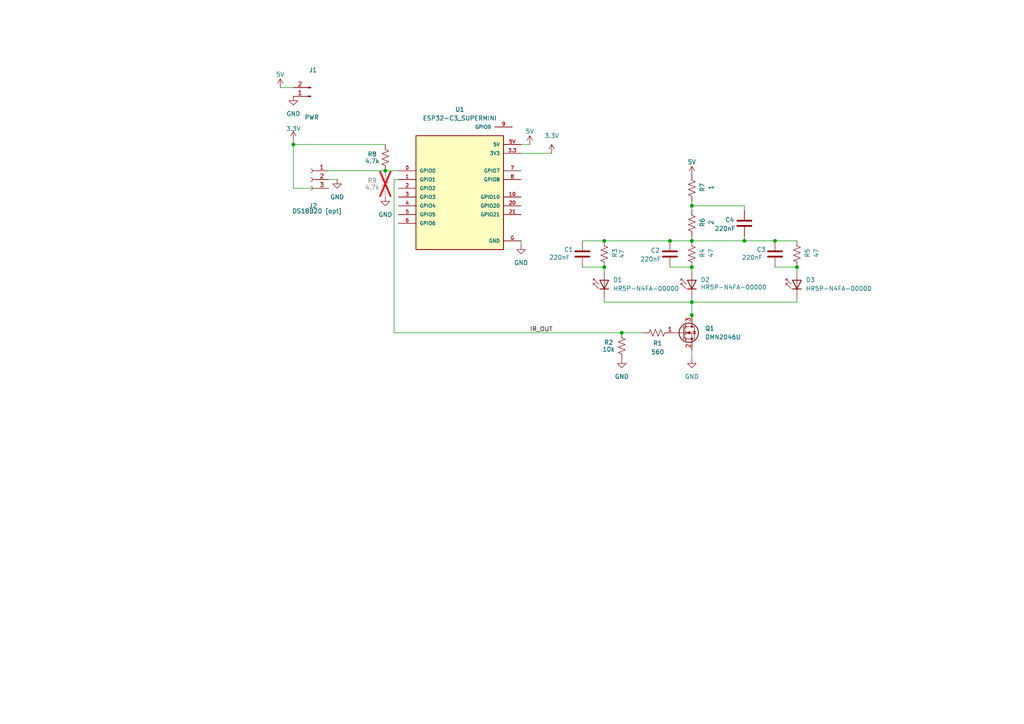
<source format=kicad_sch>
(kicad_sch (version 20231120) (generator "eeschema") (generator_version "8.0")
  (paper "A4")
  (lib_symbols
    (symbol "Connector:Conn_01x02_Pin" (pin_names (offset 1.016) hide)
      (property "Reference" "J" (at 0 2.54 0))
      (property "Value" "Conn_01x02_Pin" (at 0 -5.08 0))
      (symbol "Conn_01x02_Pin_1_1"
        (polyline (pts (xy 1.27 -2.54) (xy 0.8636 -2.54)) (stroke (width 0.1524)))
        (polyline (pts (xy 1.27 0) (xy 0.8636 0)) (stroke (width 0.1524)))
        (rectangle (start 0.8636 -2.413) (end 0 -2.667) (stroke (width 0.1524)) (fill (type outline)))
        (rectangle (start 0.8636 0.127) (end 0 -0.127) (stroke (width 0.1524)) (fill (type outline)))
        (pin passive line (at 5.08 0 180) (length 3.81) (name "Pin_1") (number "1"))
        (pin passive line (at 5.08 -2.54 180) (length 3.81) (name "Pin_2") (number "2"))
      )
    )
    (symbol "Connector:Conn_01x03_Socket" (pin_names (offset 1.016) hide)
      (property "Reference" "J" (at 0 5.08 0))
      (property "Value" "Conn_01x03_Socket" (at 0 -5.08 0))
      (symbol "Conn_01x03_Socket_1_1"
        (arc (start 0 -2.032) (mid -0.5058 -2.54) (end 0 -3.048) (stroke (width 0.1524)))
        (polyline (pts (xy -1.27 -2.54) (xy -0.508 -2.54)) (stroke (width 0.1524)))
        (polyline (pts (xy -1.27 0) (xy -0.508 0)) (stroke (width 0.1524)))
        (polyline (pts (xy -1.27 2.54) (xy -0.508 2.54)) (stroke (width 0.1524)))
        (arc (start 0 0.508) (mid -0.5058 0) (end 0 -0.508) (stroke (width 0.1524)))
        (arc (start 0 3.048) (mid -0.5058 2.54) (end 0 2.032) (stroke (width 0.1524)))
        (pin passive line (at -5.08 2.54 0) (length 3.81) (name "Pin_1") (number "1"))
        (pin passive line (at -5.08 0 0) (length 3.81) (name "Pin_2") (number "2"))
        (pin passive line (at -5.08 -2.54 0) (length 3.81) (name "Pin_3") (number "3"))
      )
    )
    (symbol "Device:C" (pin_numbers hide) (pin_names (offset 0.254))
      (property "Reference" "C" (at 0.635 2.54 0))
      (property "Value" "C" (at 0.635 -2.54 0))
      (symbol "C_0_1"
        (polyline (pts (xy -2.032 -0.762) (xy 2.032 -0.762)) (stroke (width 0.508)))
        (polyline (pts (xy -2.032 0.762) (xy 2.032 0.762)) (stroke (width 0.508)))
      )
      (symbol "C_1_1"
        (pin passive line (at 0 3.81 270) (length 2.794) (name "~") (number "1"))
        (pin passive line (at 0 -3.81 90) (length 2.794) (name "~") (number "2"))
      )
    )
    (symbol "Device:R_US" (pin_numbers hide) (pin_names (offset 0))
      (property "Reference" "R" (at 2.54 0 90))
      (property "Value" "R_US" (at -2.54 0 90))
      (symbol "R_US_0_1"
        (polyline (pts (xy 0 -2.286) (xy 0 -2.54)))
        (polyline (pts (xy 0 2.286) (xy 0 2.54)))
        (polyline (pts (xy 0 -0.762) (xy 1.016 -1.143) (xy 0 -1.524) (xy -1.016 -1.905) (xy 0 -2.286)))
        (polyline (pts (xy 0 0.762) (xy 1.016 0.381) (xy 0 0) (xy -1.016 -0.381) (xy 0 -0.762)))
        (polyline (pts (xy 0 2.286) (xy 1.016 1.905) (xy 0 1.524) (xy -1.016 1.143) (xy 0 0.762)))
      )
      (symbol "R_US_1_1"
        (pin passive line (at 0 3.81 270) (length 1.27) (name "~") (number "1"))
        (pin passive line (at 0 -3.81 90) (length 1.27) (name "~") (number "2"))
      )
    )
    (symbol "LED:IR204A" (pin_numbers hide) (pin_names (offset 1.016) hide)
      (property "Reference" "D" (at 0.508 1.778 0))
      (property "Value" "IR204A" (at -1.016 -2.794 0))
      (symbol "IR204A_0_1"
        (polyline (pts (xy -2.54 1.27) (xy -2.54 -1.27)) (stroke (width 0.254)))
        (polyline (pts (xy 0 0) (xy -2.54 0)))
        (polyline (pts (xy 0.381 3.175) (xy -0.127 3.175)))
        (polyline (pts (xy -1.143 1.651) (xy 0.381 3.175) (xy 0.381 2.667)))
        (polyline (pts (xy 0 1.27) (xy -2.54 0) (xy 0 -1.27) (xy 0 1.27)) (stroke (width 0.254)))
        (polyline (pts (xy -2.413 1.651) (xy -0.889 3.175) (xy -0.889 2.667) (xy -0.889 3.175) (xy -1.397 3.175)))
      )
      (symbol "IR204A_1_1"
        (pin passive line (at -5.08 0 0) (length 2.54) (name "K") (number "1"))
        (pin passive line (at 2.54 0 180) (length 2.54) (name "A") (number "2"))
      )
    )
    (symbol "LR:ESP32-C3_SUPERMINI" (pin_names (offset 1.016))
      (property "Reference" "U" (at -12.7 16.002 0))
      (property "Value" "ESP32-C3_SUPERMINI" (at -12.7 -20.32 0))
      (symbol "ESP32-C3_SUPERMINI_0_0"
        (rectangle (start -12.7 15.24) (end 12.7 -17.78) (stroke (width 0.254)) (fill (type background)))
        (pin bidirectional line (at -17.78 5.08 0) (length 5.08) (name "GPIO0") (number "0"))
        (pin bidirectional line (at -17.78 2.54 0) (length 5.08) (name "GPIO1") (number "1"))
        (pin bidirectional line (at 17.78 -2.54 180) (length 5.08) (name "GPIO10") (number "10"))
        (pin bidirectional line (at -17.78 0 0) (length 5.08) (name "GPIO2") (number "2"))
        (pin bidirectional line (at 17.78 -5.08 180) (length 5.08) (name "GPIO20") (number "20"))
        (pin bidirectional line (at 17.78 -7.62 180) (length 5.08) (name "GPIO21") (number "21"))
        (pin bidirectional line (at -17.78 -2.54 0) (length 5.08) (name "GPIO3") (number "3"))
        (pin power_in line (at 17.78 10.16 180) (length 5.08) (name "3V3") (number "3.3"))
        (pin bidirectional line (at -17.78 -5.08 0) (length 5.08) (name "GPIO4") (number "4"))
        (pin bidirectional line (at -17.78 -7.62 0) (length 5.08) (name "GPIO5") (number "5"))
        (pin power_in line (at 17.78 12.7 180) (length 5.08) (name "5V") (number "5V"))
        (pin bidirectional line (at -17.78 -10.16 0) (length 5.08) (name "GPIO6") (number "6"))
        (pin bidirectional line (at 17.78 5.08 180) (length 5.08) (name "GPIO7") (number "7"))
        (pin bidirectional line (at 17.78 2.54 180) (length 5.08) (name "GPIO8") (number "8"))
        (pin bidirectional line (at 15.24 17.78 180) (length 5.08) (name "GPIO9") (number "9"))
        (pin power_in line (at 17.78 -15.24 180) (length 5.08) (name "GND") (number "G"))
      )
    )
    (symbol "Transistor_FET:2N7002K" (pin_names hide)
      (property "Reference" "Q" (at 5.08 1.905 0))
      (property "Value" "2N7002K" (at 5.08 0 0))
      (symbol "2N7002K_0_1"
        (polyline (pts (xy 0.254 0) (xy -2.54 0)))
        (polyline (pts (xy 0.254 1.905) (xy 0.254 -1.905)) (stroke (width 0.254)))
        (polyline (pts (xy 0.762 -1.27) (xy 0.762 -2.286)) (stroke (width 0.254)))
        (polyline (pts (xy 0.762 0.508) (xy 0.762 -0.508)) (stroke (width 0.254)))
        (polyline (pts (xy 0.762 2.286) (xy 0.762 1.27)) (stroke (width 0.254)))
        (polyline (pts (xy 2.54 2.54) (xy 2.54 1.778)))
        (polyline (pts (xy 2.54 -2.54) (xy 2.54 0) (xy 0.762 0)))
        (polyline (pts (xy 0.762 -1.778) (xy 3.302 -1.778) (xy 3.302 1.778) (xy 0.762 1.778)))
        (polyline (pts (xy 1.016 0) (xy 2.032 0.381) (xy 2.032 -0.381) (xy 1.016 0)) (fill (type outline)))
        (polyline (pts (xy 2.794 0.508) (xy 2.921 0.381) (xy 3.683 0.381) (xy 3.81 0.254)))
        (polyline (pts (xy 3.302 0.381) (xy 2.921 -0.254) (xy 3.683 -0.254) (xy 3.302 0.381)))
        (circle (center 1.651 0) (radius 2.794) (stroke (width 0.254)))
        (circle (center 2.54 -1.778) (radius 0.254) (fill (type outline)))
        (circle (center 2.54 1.778) (radius 0.254) (fill (type outline)))
      )
      (symbol "2N7002K_1_1"
        (pin input line (at -5.08 0 0) (length 2.54) (name "G") (number "1"))
        (pin passive line (at 2.54 -5.08 90) (length 2.54) (name "S") (number "2"))
        (pin passive line (at 2.54 5.08 270) (length 2.54) (name "D") (number "3"))
      )
    )
    (symbol "power:GND" (power) (pin_numbers hide) (pin_names (offset 0) hide)
      (property "Value" "GND" (at 0 -3.81 0))
      (symbol "GND_0_1"
        (polyline (pts (xy 0 0) (xy 0 -1.27) (xy 1.27 -1.27) (xy 0 -2.54) (xy -1.27 -1.27) (xy 0 -1.27)))
      )
      (symbol "GND_1_1"
        (pin power_in line (at 0 0 270) (length 0) (name "~") (number "1"))
      )
    )
    (symbol "power:VCC" (power) (pin_numbers hide) (pin_names (offset 0) hide)
      (property "Value" "VCC" (at 0 3.556 0))
      (symbol "VCC_0_1"
        (polyline (pts (xy -0.762 1.27) (xy 0 2.54)))
        (polyline (pts (xy 0 0) (xy 0 2.54)))
        (polyline (pts (xy 0 2.54) (xy 0.762 1.27)))
      )
      (symbol "VCC_1_1"
        (pin power_in line (at 0 0 90) (length 0) (name "~") (number "1"))
      )
    )
  )
  (junction (at 200.66 87.63))
  (junction (at 200.66 69.85))
  (junction (at 111.76 49.53))
  (junction (at 224.79 69.85))
  (junction (at 200.66 91.44))
  (junction (at 175.26 77.47))
  (junction (at 194.31 69.85))
  (junction (at 175.26 69.85))
  (junction (at 231.14 77.47))
  (junction (at 200.66 77.47))
  (junction (at 85.09 41.91))
  (junction (at 180.34 96.52))
  (junction (at 215.9 69.85))
  (junction (at 200.66 59.69))
  (wire (pts (xy 200.66 87.63) (xy 231.14 87.63)))
  (wire (pts (xy 200.66 69.85) (xy 200.66 68.58)))
  (wire (pts (xy 215.9 69.85) (xy 224.79 69.85)))
  (wire (pts (xy 168.91 69.85) (xy 175.26 69.85)))
  (wire (pts (xy 85.09 54.61) (xy 95.25 54.61)))
  (wire (pts (xy 200.66 86.36) (xy 200.66 87.63)))
  (wire (pts (xy 175.26 69.85) (xy 194.31 69.85)))
  (wire (pts (xy 215.9 59.69) (xy 200.66 59.69)))
  (wire (pts (xy 200.66 60.96) (xy 200.66 59.69)))
  (wire (pts (xy 175.26 87.63) (xy 200.66 87.63)))
  (wire (pts (xy 95.25 52.07) (xy 97.79 52.07)))
  (wire (pts (xy 168.91 77.47) (xy 175.26 77.47)))
  (wire (pts (xy 111.76 49.53) (xy 115.57 49.53)))
  (wire (pts (xy 231.14 86.36) (xy 231.14 87.63)))
  (wire (pts (xy 194.31 77.47) (xy 200.66 77.47)))
  (wire (pts (xy 180.34 96.52) (xy 186.69 96.52)))
  (wire (pts (xy 175.26 86.36) (xy 175.26 87.63)))
  (wire (pts (xy 194.31 96.52) (xy 193.04 96.52)))
  (wire (pts (xy 114.3 96.52) (xy 180.34 96.52)))
  (wire (pts (xy 85.09 41.91) (xy 85.09 54.61)))
  (wire (pts (xy 200.66 58.42) (xy 200.66 59.69)))
  (wire (pts (xy 200.66 87.63) (xy 200.66 91.44)))
  (wire (pts (xy 200.66 104.14) (xy 200.66 101.6)))
  (wire (pts (xy 194.31 69.85) (xy 200.66 69.85)))
  (wire (pts (xy 200.66 93.98) (xy 200.66 91.44)))
  (wire (pts (xy 175.26 78.74) (xy 175.26 77.47)))
  (wire (pts (xy 114.3 52.07) (xy 115.57 52.07)))
  (wire (pts (xy 151.13 41.91) (xy 153.67 41.91)))
  (wire (pts (xy 85.09 40.64) (xy 85.09 41.91)))
  (wire (pts (xy 151.13 69.85) (xy 151.13 71.12)))
  (wire (pts (xy 231.14 78.74) (xy 231.14 77.47)))
  (wire (pts (xy 114.3 52.07) (xy 114.3 96.52)))
  (wire (pts (xy 85.09 41.91) (xy 111.76 41.91)))
  (wire (pts (xy 95.25 49.53) (xy 111.76 49.53)))
  (wire (pts (xy 200.66 78.74) (xy 200.66 77.47)))
  (wire (pts (xy 81.28 25.4) (xy 85.09 25.4)))
  (wire (pts (xy 215.9 60.96) (xy 215.9 59.69)))
  (wire (pts (xy 151.13 44.45) (xy 160.02 44.45)))
  (wire (pts (xy 200.66 69.85) (xy 215.9 69.85)))
  (wire (pts (xy 224.79 77.47) (xy 231.14 77.47)))
  (wire (pts (xy 224.79 69.85) (xy 231.14 69.85)))
  (wire (pts (xy 215.9 68.58) (xy 215.9 69.85)))
  (label "IR_OUT" (at 153.67 96.52 0))
  (symbol (lib_id "power:GND") (at 85.09 27.94 0) (unit 1)
    (property "Reference" "#PWR08" (effects (hide yes)))
    (property "Value" "GND" (at 85.09 33.02 0))
    (property "Description" "Power symbol creates a global label with name \"GND\" , ground" (effects (hide yes)))
  )
  (symbol (lib_id "Device:C") (at 194.31 73.66 0) (unit 1)
    (property "Reference" "C2" (at 188.722 72.644 0) (effects (justify left)))
    (property "Value" "220nF" (at 185.674 75.184 0) (effects (justify left)))
    (property "Footprint" "Capacitor_SMD:C_0805_2012Metric_Pad1.18x1.45mm_HandSolder" (effects (hide yes)))
    (property "Description" "Unpolarized capacitor" (effects (hide yes)))
  )
  (symbol (lib_id "Device:R_US") (at 190.5 96.52 90) (unit 1)
    (property "Reference" "R1" (at 190.754 99.568 90))
    (property "Value" "560" (at 190.754 102.108 90))
    (property "Footprint" "Resistor_SMD:R_0805_2012Metric_Pad1.20x1.40mm_HandSolder" (effects (hide yes)))
    (property "Description" "Resistor, US symbol" (effects (hide yes)))
  )
  (symbol (lib_id "power:VCC") (at 81.28 25.4 0) (unit 1)
    (property "Reference" "#PWR04" (effects (hide yes)))
    (property "Value" "5V" (at 81.28 21.59 0))
    (property "Description" "Power symbol creates a global label with name \"VCC\"" (effects (hide yes)))
  )
  (symbol (lib_id "Device:R_US") (at 200.66 73.66 180) (unit 1)
    (property "Reference" "R4" (at 203.708 73.406 90))
    (property "Value" "47" (at 206.248 73.406 90))
    (property "Footprint" "Resistor_SMD:R_0805_2012Metric_Pad1.20x1.40mm_HandSolder" (effects (hide yes)))
    (property "Description" "Resistor, US symbol" (effects (hide yes)))
  )
  (symbol (lib_id "power:GND") (at 200.66 104.14 0) (unit 1)
    (property "Reference" "#PWR06" (effects (hide yes)))
    (property "Value" "GND" (at 200.66 109.22 0))
    (property "Description" "Power symbol creates a global label with name \"GND\" , ground" (effects (hide yes)))
  )
  (symbol (lib_id "LED:IR204A") (at 175.26 81.28 90) (unit 1)
    (property "Reference" "D1" (at 177.8 81.1529 90) (effects (justify right)))
    (property "Value" "HR5P-N4FA-00000" (at 177.8 83.6929 90) (effects (justify right)))
    (property "Footprint" "LED_THT:LED_D3.0mm_IRBlack" (effects (hide yes)))
    (property "Datasheet" "http://www.everlight.com/file/ProductFile/IR204-A.pdf" (effects (hide yes)))
    (property "Description" "Infrared LED , 3mm LED package" (effects (hide yes)))
  )
  (symbol (lib_id "LR:ESP32-C3_SUPERMINI") (at 133.35 54.61 0) (unit 1)
    (property "Reference" "U1" (at 133.35 31.75 0))
    (property "Value" "ESP32-C3_SUPERMINI" (at 133.35 34.29 0))
    (property "Footprint" "LR:MODULE_ESP32-C3_SUPERMINI" (effects (hide yes)))
    (property "MF" "Espressif Systems" (effects (hide yes)))
    (property "MAXIMUM_PACKAGE_HEIGHT" "4.2mm" (effects (hide yes)))
    (property "Package" "Package" (effects (hide yes)))
    (property "Price" "None" (effects (hide yes)))
    (property "Check_prices" "https://www.snapeda.com/parts/ESP32-C3%20SuperMini/Espressif+Systems/view-part/?ref=eda" (effects (hide yes)))
    (property "STANDARD" "Manufacturer Recommendations" (effects (hide yes)))
    (property "SnapEDA_Link" "https://www.snapeda.com/parts/ESP32-C3%20SuperMini/Espressif+Systems/view-part/?ref=snap" (effects (hide yes)))
    (property "MP" "ESP32-C3 SuperMini" (effects (hide yes)))
    (property "Description_1" "\nSuper tiny ESP32-C3 board\n" (effects (hide yes)))
    (property "Availability" "Not in stock" (effects (hide yes)))
    (property "MANUFACTURER" "Espressif" (effects (hide yes)))
  )
  (symbol (lib_id "power:GND") (at 180.34 104.14 0) (unit 1)
    (property "Reference" "#PWR05" (effects (hide yes)))
    (property "Value" "GND" (at 180.34 109.22 0))
    (property "Description" "Power symbol creates a global label with name \"GND\" , ground" (effects (hide yes)))
  )
  (symbol (lib_id "power:VCC") (at 85.09 40.64 0) (unit 1)
    (property "Reference" "#PWR011" (effects (hide yes)))
    (property "Value" "3.3V" (at 85.09 37.338 0))
    (property "Description" "Power symbol creates a global label with name \"VCC\"" (effects (hide yes)))
  )
  (symbol (lib_id "Device:R_US") (at 200.66 64.77 180) (unit 1)
    (property "Reference" "R6" (at 203.708 64.516 90))
    (property "Value" "2" (at 206.248 64.516 90))
    (property "Footprint" "Resistor_SMD:R_0805_2012Metric_Pad1.20x1.40mm_HandSolder" (effects (hide yes)))
    (property "Description" "Resistor, US symbol" (effects (hide yes)))
  )
  (symbol (lib_id "Connector:Conn_01x02_Pin") (at 90.17 27.94 180) (unit 1)
    (property "Reference" "J1" (at 90.805 20.32 0))
    (property "Value" "PWR" (at 90.424 34.036 0))
    (property "Footprint" "Connector_PinHeader_2.54mm:PinHeader_1x02_P2.54mm_Vertical" (effects (hide yes)))
    (property "Description" "Generic connector, single row, 01x02, script generated" (effects (hide yes)))
  )
  (symbol (lib_id "Device:R_US") (at 200.66 54.61 180) (unit 1)
    (property "Reference" "R7" (at 203.708 54.356 90))
    (property "Value" "1" (at 206.248 54.356 90))
    (property "Footprint" "Resistor_SMD:R_0805_2012Metric_Pad1.20x1.40mm_HandSolder" (effects (hide yes)))
    (property "Description" "Resistor, US symbol" (effects (hide yes)))
  )
  (symbol (lib_id "Device:C") (at 224.79 73.66 0) (unit 1)
    (property "Reference" "C3" (at 219.456 72.39 0) (effects (justify left)))
    (property "Value" "220nF" (at 215.138 74.676 0) (effects (justify left)))
    (property "Footprint" "Capacitor_SMD:C_0805_2012Metric_Pad1.18x1.45mm_HandSolder" (effects (hide yes)))
    (property "Description" "Unpolarized capacitor" (effects (hide yes)))
  )
  (symbol (lib_id "Device:R_US") (at 175.26 73.66 180) (unit 1)
    (property "Reference" "R3" (at 178.308 73.406 90))
    (property "Value" "47" (at 180.34 73.66 90))
    (property "Footprint" "Resistor_SMD:R_0805_2012Metric_Pad1.20x1.40mm_HandSolder" (effects (hide yes)))
    (property "Description" "Resistor, US symbol" (effects (hide yes)))
  )
  (symbol (lib_id "LED:IR204A") (at 200.66 81.28 90) (unit 1)
    (property "Reference" "D2" (at 203.2 81.1529 90) (effects (justify right)))
    (property "Value" "HR5P-N4FA-00000" (at 203.2 83.312 90) (effects (justify right)))
    (property "Footprint" "LED_THT:LED_D3.0mm_IRBlack" (effects (hide yes)))
    (property "Datasheet" "http://www.everlight.com/file/ProductFile/IR204-A.pdf" (effects (hide yes)))
    (property "Description" "Infrared LED , 3mm LED package" (effects (hide yes)))
  )
  (symbol (lib_id "Device:C") (at 168.91 73.66 0) (unit 1)
    (property "Reference" "C1" (at 163.576 72.39 0) (effects (justify left)))
    (property "Value" "220nF" (at 159.258 74.676 0) (effects (justify left)))
    (property "Footprint" "Capacitor_SMD:C_0805_2012Metric_Pad1.18x1.45mm_HandSolder" (effects (hide yes)))
    (property "Description" "Unpolarized capacitor" (effects (hide yes)))
  )
  (symbol (lib_id "Device:C") (at 215.9 64.77 0) (unit 1)
    (property "Reference" "C4" (at 210.312 63.754 0) (effects (justify left)))
    (property "Value" "220nF" (at 207.264 66.294 0) (effects (justify left)))
    (property "Footprint" "Capacitor_SMD:C_0805_2012Metric_Pad1.18x1.45mm_HandSolder" (effects (hide yes)))
    (property "Description" "Unpolarized capacitor" (effects (hide yes)))
  )
  (symbol (lib_id "power:GND") (at 111.76 57.15 0) (unit 1)
    (property "Reference" "#PWR010" (effects (hide yes)))
    (property "Value" "GND" (at 111.76 62.23 0))
    (property "Description" "Power symbol creates a global label with name \"GND\" , ground" (effects (hide yes)))
  )
  (symbol (lib_id "Device:R_US") (at 111.76 45.72 180) (unit 1)
    (property "Reference" "R8" (at 107.95 44.704 0))
    (property "Value" "4.7k" (at 107.95 46.736 0))
    (property "Footprint" "Resistor_SMD:R_0805_2012Metric_Pad1.20x1.40mm_HandSolder" (effects (hide yes)))
    (property "Description" "Resistor, US symbol" (effects (hide yes)))
  )
  (symbol (lib_id "power:GND") (at 151.13 71.12 0) (unit 1)
    (property "Reference" "#PWR02" (effects (hide yes)))
    (property "Value" "GND" (at 151.13 76.2 0))
    (property "Description" "Power symbol creates a global label with name \"GND\" , ground" (effects (hide yes)))
  )
  (symbol (lib_id "Connector:Conn_01x03_Socket") (at 90.17 52.07 0) (mirror y) (unit 1)
    (property "Reference" "J2" (at 90.805 59.69 0))
    (property "Value" "DS18B20 [opt]" (at 91.948 61.214 0))
    (property "Footprint" "Connector_PinHeader_2.54mm:PinHeader_1x03_P2.54mm_Vertical" (effects (hide yes)))
    (property "Description" "Generic connector, single row, 01x03, script generated" (effects (hide yes)))
  )
  (symbol (lib_id "power:VCC") (at 153.67 41.91 0) (unit 1)
    (property "Reference" "#PWR01" (effects (hide yes)))
    (property "Value" "5V" (at 153.67 38.1 0))
    (property "Description" "Power symbol creates a global label with name \"VCC\"" (effects (hide yes)))
  )
  (symbol (lib_id "power:GND") (at 97.79 52.07 0) (unit 1)
    (property "Reference" "#PWR09" (effects (hide yes)))
    (property "Value" "GND" (at 97.79 57.15 0))
    (property "Description" "Power symbol creates a global label with name \"GND\" , ground" (effects (hide yes)))
  )
  (symbol (lib_id "Device:R_US") (at 180.34 100.33 180) (unit 1)
    (property "Reference" "R2" (at 176.53 99.314 0))
    (property "Value" "10k" (at 176.53 101.346 0))
    (property "Footprint" "Resistor_SMD:R_0805_2012Metric_Pad1.20x1.40mm_HandSolder" (effects (hide yes)))
    (property "Description" "Resistor, US symbol" (effects (hide yes)))
  )
  (symbol (lib_id "LED:IR204A") (at 231.14 81.28 90) (unit 1)
    (property "Reference" "D3" (at 233.68 81.1529 90) (effects (justify right)))
    (property "Value" "HR5P-N4FA-00000" (at 233.68 83.6929 90) (effects (justify right)))
    (property "Footprint" "LED_THT:LED_D3.0mm_IRBlack" (effects (hide yes)))
    (property "Datasheet" "http://www.everlight.com/file/ProductFile/IR204-A.pdf" (effects (hide yes)))
    (property "Description" "Infrared LED , 3mm LED package" (effects (hide yes)))
  )
  (symbol (lib_id "power:VCC") (at 160.02 44.45 0) (unit 1)
    (property "Reference" "#PWR03" (effects (hide yes)))
    (property "Value" "3.3V" (at 160.02 39.37 0))
    (property "Description" "Power symbol creates a global label with name \"VCC\"" (effects (hide yes)))
  )
  (symbol (lib_id "Device:R_US") (at 111.76 53.34 180) (unit 1) (dnp yes)
    (property "Reference" "R9" (at 107.95 52.324 0))
    (property "Value" "4.7k" (at 107.95 54.356 0))
    (property "Footprint" "Resistor_SMD:R_0805_2012Metric_Pad1.20x1.40mm_HandSolder" (effects (hide yes)))
    (property "Description" "Resistor, US symbol" (effects (hide yes)))
  )
  (symbol (lib_id "Device:R_US") (at 231.14 73.66 180) (unit 1)
    (property "Reference" "R5" (at 234.188 73.406 90))
    (property "Value" "47" (at 236.728 73.406 90))
    (property "Footprint" "Resistor_SMD:R_0805_2012Metric_Pad1.20x1.40mm_HandSolder" (effects (hide yes)))
    (property "Description" "Resistor, US symbol" (effects (hide yes)))
  )
  (symbol (lib_id "Transistor_FET:2N7002K") (at 198.12 96.52 0) (unit 1)
    (property "Reference" "Q1" (at 204.47 95.2499 0) (effects (justify left)))
    (property "Value" "DMN2046U" (at 204.47 97.7899 0) (effects (justify left)))
    (property "Footprint" "Package_TO_SOT_SMD:SOT-23" (effects (hide yes)))
    (property "Datasheet" "https://www.diodes.com/assets/Datasheets/ds30896.pdf" (effects (hide yes)))
    (property "Description" "0.38A Id, 60V Vds, N-Channel MOSFET, SOT-23" (effects (hide yes)))
  )
  (symbol (lib_id "power:VCC") (at 200.66 50.8 0) (unit 1)
    (property "Reference" "#PWR07" (effects (hide yes)))
    (property "Value" "5V" (at 200.66 46.99 0))
    (property "Description" "Power symbol creates a global label with name \"VCC\"" (effects (hide yes)))
  )
)
</source>
